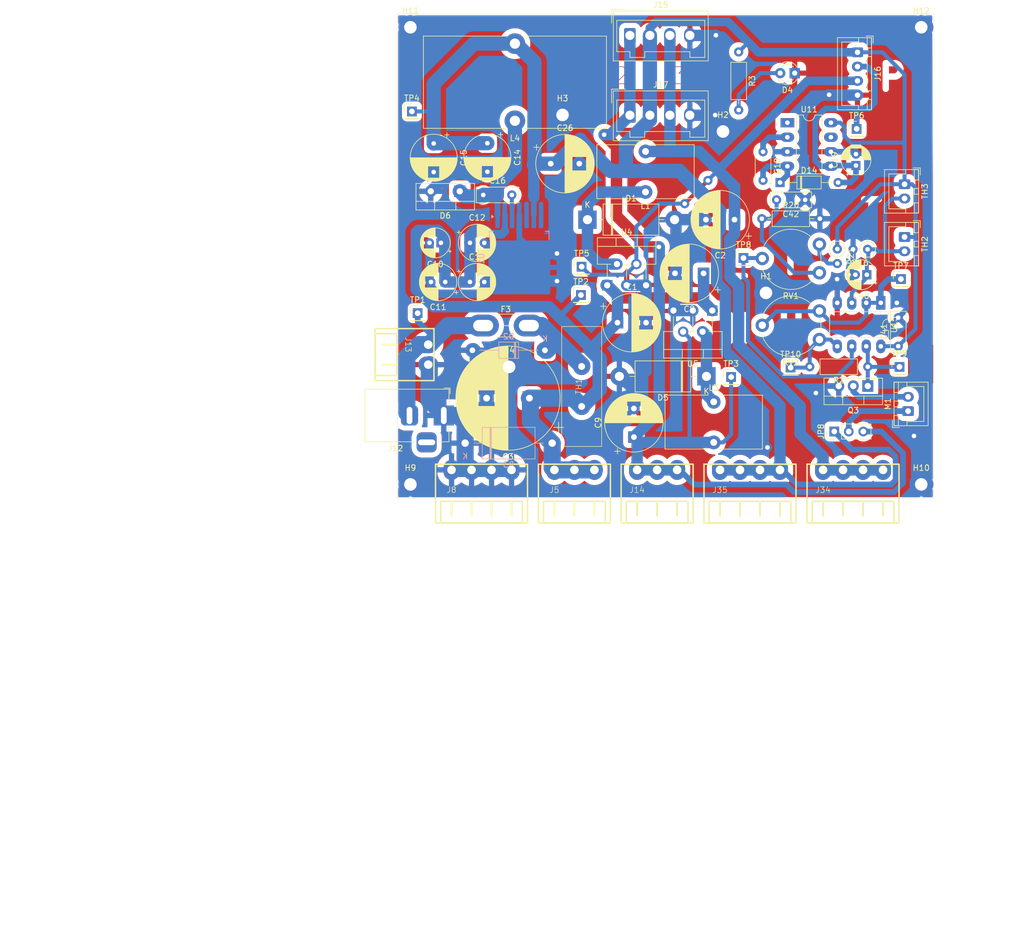
<source format=kicad_pcb>
(kicad_pcb
	(version 20240108)
	(generator "pcbnew")
	(generator_version "8.0")
	(general
		(thickness 1.6)
		(legacy_teardrops no)
	)
	(paper "A4")
	(layers
		(0 "F.Cu" signal)
		(1 "In1.Cu" signal)
		(2 "In2.Cu" signal)
		(31 "B.Cu" signal)
		(32 "B.Adhes" user "B.Adhesive")
		(33 "F.Adhes" user "F.Adhesive")
		(34 "B.Paste" user)
		(35 "F.Paste" user)
		(36 "B.SilkS" user "B.Silkscreen")
		(37 "F.SilkS" user "F.Silkscreen")
		(38 "B.Mask" user)
		(39 "F.Mask" user)
		(40 "Dwgs.User" user "User.Drawings")
		(41 "Cmts.User" user "User.Comments")
		(42 "Eco1.User" user "User.Eco1")
		(43 "Eco2.User" user "User.Eco2")
		(44 "Edge.Cuts" user)
		(45 "Margin" user)
		(46 "B.CrtYd" user "B.Courtyard")
		(47 "F.CrtYd" user "F.Courtyard")
		(48 "B.Fab" user)
		(49 "F.Fab" user)
		(50 "User.1" user)
		(51 "User.2" user)
		(52 "User.3" user)
		(53 "User.4" user)
		(54 "User.5" user)
		(55 "User.6" user)
		(56 "User.7" user)
		(57 "User.8" user)
		(58 "User.9" user)
	)
	(setup
		(stackup
			(layer "F.SilkS"
				(type "Top Silk Screen")
			)
			(layer "F.Paste"
				(type "Top Solder Paste")
			)
			(layer "F.Mask"
				(type "Top Solder Mask")
				(thickness 0.01)
			)
			(layer "F.Cu"
				(type "copper")
				(thickness 0.035)
			)
			(layer "dielectric 1"
				(type "prepreg")
				(thickness 0.1)
				(material "FR4")
				(epsilon_r 4.5)
				(loss_tangent 0.02)
			)
			(layer "In1.Cu"
				(type "copper")
				(thickness 0.035)
			)
			(layer "dielectric 2"
				(type "core")
				(thickness 1.24)
				(material "FR4")
				(epsilon_r 4.5)
				(loss_tangent 0.02)
			)
			(layer "In2.Cu"
				(type "copper")
				(thickness 0.035)
			)
			(layer "dielectric 3"
				(type "prepreg")
				(thickness 0.1)
				(material "FR4")
				(epsilon_r 4.5)
				(loss_tangent 0.02)
			)
			(layer "B.Cu"
				(type "copper")
				(thickness 0.035)
			)
			(layer "B.Mask"
				(type "Bottom Solder Mask")
				(thickness 0.01)
			)
			(layer "B.Paste"
				(type "Bottom Solder Paste")
			)
			(layer "B.SilkS"
				(type "Bottom Silk Screen")
				(color "Red")
			)
			(copper_finish "None")
			(dielectric_constraints no)
		)
		(pad_to_mask_clearance 0)
		(allow_soldermask_bridges_in_footprints no)
		(pcbplotparams
			(layerselection 0x0001000_fffffff9)
			(plot_on_all_layers_selection 0x0000000_00000000)
			(disableapertmacros no)
			(usegerberextensions no)
			(usegerberattributes yes)
			(usegerberadvancedattributes yes)
			(creategerberjobfile yes)
			(dashed_line_dash_ratio 12.000000)
			(dashed_line_gap_ratio 3.000000)
			(svgprecision 4)
			(plotframeref no)
			(viasonmask no)
			(mode 1)
			(useauxorigin no)
			(hpglpennumber 1)
			(hpglpenspeed 20)
			(hpglpendiameter 15.000000)
			(pdf_front_fp_property_popups yes)
			(pdf_back_fp_property_popups yes)
			(dxfpolygonmode yes)
			(dxfimperialunits yes)
			(dxfusepcbnewfont yes)
			(psnegative no)
			(psa4output no)
			(plotreference yes)
			(plotvalue yes)
			(plotfptext yes)
			(plotinvisibletext no)
			(sketchpadsonfab no)
			(subtractmaskfromsilk no)
			(outputformat 1)
			(mirror no)
			(drillshape 0)
			(scaleselection 1)
			(outputdirectory "export/")
		)
	)
	(net 0 "")
	(net 1 "+5V")
	(net 2 "+24V filtered")
	(net 3 "GND")
	(net 4 "+3V3")
	(net 5 "+12V")
	(net 6 "Net-(D6-K)")
	(net 7 "Net-(U1-BOOT)")
	(net 8 "Net-(U11-CAP+)")
	(net 9 "Net-(D14-K)")
	(net 10 "-5V")
	(net 11 "Net-(D1-K)")
	(net 12 "Net-(D2-K)")
	(net 13 "Net-(D5-K)")
	(net 14 "+BATT")
	(net 15 "unconnected-(U1-EN-Pad7)")
	(net 16 "unconnected-(U1-NC-Pad5)")
	(net 17 "unconnected-(U11-OSC-Pad7)")
	(net 18 "unconnected-(U11-NC-Pad1)")
	(net 19 "Net-(U15A-+)")
	(net 20 "Net-(C42-Pad2)")
	(net 21 "Net-(JP8-C)")
	(net 22 "Net-(M1--)")
	(net 23 "Net-(Q3-G)")
	(net 24 "Net-(U15B-+)")
	(net 25 "Net-(R21-Pad2)")
	(net 26 "Net-(U15B--)")
	(net 27 "Net-(U15A--)")
	(net 28 "Net-(D4-A)")
	(footprint "Capacitor_THT:CP_Radial_D10.0mm_P5.00mm" (layer "F.Cu") (at 129.286 109.061993 90))
	(footprint "Capacitor_THT:CP_Radial_D10.0mm_P5.00mm" (layer "F.Cu") (at 126.410323 89.040962))
	(footprint "Diode_THT:D_DO-201AD_P15.24mm_Horizontal" (layer "F.Cu") (at 141.986 98.438962 180))
	(footprint "Potentiometer_THT:Potentiometer_Piher_PT-10-V10_Vertical" (layer "F.Cu") (at 161.757499 75.306462 180))
	(footprint "Connector_JST:JST_XH_B2B-XH-A_1x02_P2.50mm_Vertical" (layer "F.Cu") (at 177.275 104.514962 90))
	(footprint "Connector_PinHeader_2.54mm:PinHeader_1x01_P2.54mm_Vertical" (layer "F.Cu") (at 90.424 52.07))
	(footprint "Potentiometer_THT:Potentiometer_Piher_PT-10-V10_Vertical" (layer "F.Cu") (at 161.757499 86.990462 180))
	(footprint "Capacitor_THT:C_Disc_D6.0mm_W2.5mm_P5.00mm" (layer "F.Cu") (at 151.892 59.123888 -90))
	(footprint "Package_TO_SOT_THT:TO-220-5_P3.4x3.7mm_StaggerOdd_Lead3.8mm_Vertical" (layer "F.Cu") (at 124.616 82.489962))
	(footprint "Resistor_THT:R_Axial_DIN0207_L6.3mm_D2.5mm_P2.54mm_Vertical" (layer "F.Cu") (at 170.18 76.2 180))
	(footprint "Package_TO_SOT_THT:TO-220-3_Vertical" (layer "F.Cu") (at 170.219499 100.125462 180))
	(footprint "Connector_PinHeader_2.54mm:PinHeader_1x01_P2.54mm_Vertical" (layer "F.Cu") (at 176.022 81.407))
	(footprint "Capacitor_THT:CP_Radial_D6.3mm_P2.50mm" (layer "F.Cu") (at 100.592664 75.064811))
	(footprint "custom-footprints1:MountingHole_2.2mm_NPTH-with-pad" (layer "F.Cu") (at 179.578 37.338))
	(footprint "Package_DIP:DIP-8_W7.62mm_LongPads" (layer "F.Cu") (at 172.495499 85.561462 -90))
	(footprint "Resistor_THT:R_Axial_DIN0207_L6.3mm_D2.5mm_P10.16mm_Horizontal" (layer "F.Cu") (at 147.6248 41.656 -90))
	(footprint "custom-footprints1:MountingHole_2.2mm_NPTH-with-pad" (layer "F.Cu") (at 90.17 117.348))
	(footprint "custom-footprints1:WAGO 734-164 Print-Stiftleiste, Mini, RM 3,5, gewinkelt, 4-polig" (layer "F.Cu") (at 97.366 114.808))
	(footprint "Connector_PinHeader_2.54mm:PinHeader_1x01_P2.54mm_Vertical" (layer "F.Cu") (at 91.44 87.376))
	(footprint "Capacitor_THT:CP_Radial_D18.0mm_P7.50mm"
		(layer "F.Cu")
		(uuid "3e12b180-088b-46cd-b5c6-9617c716b1a6")
		(at 110.998 102.248962 180)
		(descr "CP, Radial series, Radial, pin pitch=7.50mm, , diameter=18mm, Electrolytic Capacitor")
		(tags "CP Radial series Radial pin pitch 7.50mm  diameter 18mm Electrolytic Capacitor")
		(property "Reference" "C3"
			(at 3.75 -10.25 0)
			(layer "F.SilkS")
			(uuid "c0dbac4b-d18d-44e0-abe6-6b3f876fe509")
			(effects
				(font
					(size 1 1)
					(thickness 0.15)
				)
			)
		)
		(property "Value" "2200uf"
			(at 3.75 10.25 0)
			(layer "F.Fab")
			(uuid "1f7d7bb5-f802-471e-8ae7-4e1a80563b95")
			(effects
				(font
					(size 1 1)
					(thickness 0.15)
				)
			)
		)
		(property "Footprint" "Capacitor_THT:CP_Radial_D18.0mm_P7.50mm"
			(at 0 0 180)
			(unlocked yes)
			(layer "F.Fab")
			(hide yes)
			(uuid "cd037e7c-88f5-4614-9539-47ece2e39e2f")
			(effects
				(font
					(size 1.27 1.27)
					(thickness 0.15)
				)
			)
		)
		(property "Datasheet" "https://www.reichelt.com/be/en/shop/product/elko_2200_f_35_v_105_c-166415"
			(at 0 0 180)
			(unlocked yes)
			(layer "F.Fab")
			(hide yes)
			(uuid "09c9c45c-cd56-4403-bd81-cc88382ef4e9")
			(effects
				(font
					(size 1.27 1.27)
					(thickness 0.15)
				)
			)
		)
		(property "Description" "Polarized capacitor"
			(at 0 0 180)
			(unlocked yes)
			(layer "F.Fab")
			(hide yes)
			(uuid "114210ba-bd57-4105-96f8-5187314aacb0")
			(effects
				(font
					(size 1.27 1.27)
					(thickness 0.15)
				)
			)
		)
		(property ki_fp_filters "CP_*")
		(path "/16680157-dcc5-42d4-8ccc-a59b4c4006fd")
		(sheetname "Root")
		(sheetfile "power-supply-board_v1.0.kicad_sch")
		(attr through_hole)
		(fp_line
			(start 12.87 -0.04)
			(end 12.87 0.04)
			(stroke
				(width 0.12)
				(type solid)
			)
			(layer "F.SilkS")
			(uuid "87732204-ffd3-4010-92fe-e84d597261db")
		)
		(fp_line
			(start 12.83 -0.814)
			(end 12.83 0.814)
			(stroke
				(width 0.12)
				(type solid)
			)
			(layer "F.SilkS")
			(uuid "18f893c9-7fff-4554-a0a6-9513f8452e28")
		)
		(fp_line
			(start 12.79 -1.166)
			(end 12.79 1.166)
			(stroke
				(width 0.12)
				(type solid)
			)
			(layer "F.SilkS")
			(uuid "2b52467b-0cfb-4412-b0ac-068e45849888")
		)
		(fp_line
			(start 12.75 -1.435)
			(end 12.75 1.435)
			(stroke
				(width 0.12)
				(type solid)
			)
			(layer "F.SilkS")
			(uuid "34e20984-e432-4254-860c-82b93de5475e")
		)
		(fp_line
			(start 12.71 -1.661)
			(end 12.71 1.661)
			(stroke
				(width 0.12)
				(type solid)
			)
			(layer "F.SilkS")
			(uuid "9e5473ed-98ba-43aa-9d6a-8eaabc33a9dc")
		)
		(fp_line
			(start 12.67 -1.86)
			(end 12.67 1.86)
			(stroke
				(width 0.12)
				(type solid)
			)
			(layer "F.SilkS")
			(uuid "08c8f39a-99ff-4afd-b845-1d83a6340213")
		)
		(fp_line
			(start 12.63 -2.039)
			(end 12.63 2.039)
			(stroke
				(width 0.12)
				(type solid)
			)
			(layer "F.SilkS")
			(uuid "d5eaf986-9534-4524-ad49-665dbecfec0f")
		)
		(fp_line
			(start 12.59 -2.203)
			(end 12.59 2.203)
			(stroke
				(width 0.12)
				(type solid)
			)
			(layer "F.SilkS")
			(uuid "5cf0b090-f6b4-43c7-a6ce-0f71cd8210ee")
		)
		(fp_line
			(start 12.55 -2.355)
			(end 12.55 2.355)
			(stroke
				(width 0.12)
				(type solid)
			)
			(layer "F.SilkS")
			(uuid "8e66bac3-0b2f-40ec-8c73-97c7d6b2f138")
		)
		(fp_line
			(start 12.51 -2.498)
			(end 12.51 2.498)
			(stroke
				(width 0.12)
				(type solid)
			)
			(layer "F.SilkS")
			(uuid "66bbea31-836a-4c65-9a2d-0d3a29f8dc12")
		)
		(fp_line
			(start 12.47 -2.632)
			(end 12.47 2.632)
			(stroke
				(width 0.12)
				(type solid)
			)
			(layer "F.SilkS")
			(uuid "633c10e5-f6ae-42eb-b5a5-18a2e88ec3af")
		)
		(fp_line
			(start 12.43 -2.759)
			(end 12.43 2.759)
			(stroke
				(width 0.12)
				(type solid)
			)
			(layer "F.SilkS")
			(uuid "5c14d289-cf82-40f2-ae41-fa734da4dc2a")
		)
		(fp_line
			(start 12.39 -2.88)
			(end 12.39 2.88)
			(stroke
				(width 0.12)
				(type solid)
			)
			(layer "F.SilkS")
			(uuid "92d777da-31b2-4188-88bd-b48da7e6abd8")
		)
		(fp_line
			(start 12.35 -2.996)
			(end 12.35 2.996)
			(stroke
				(width 0.12)
				(type solid)
			)
			(layer "F.SilkS")
			(uuid "107af9bb-841b-4c31-9fac-3060a5bfa1b6")
		)
		(fp_line
			(start 12.31 -3.107)
			(end 12.31 3.107)
			(stroke
				(width 0.12)
				(type solid)
			)
			(layer "F.SilkS")
			(uuid "9396642f-f979-4d78-bd91-7a436359d103")
		)
		(fp_line
			(start 12.27 -3.214)
			(end 12.27 3.214)
			(stroke
				(width 0.12)
				(type solid)
			)
			(layer "F.SilkS")
			(uuid "7a28f269-c130-4a30-a607-7c6287357369")
		)
		(fp_line
			(start 12.23 -3.317)
			(end 12.23 3.317)
			(stroke
				(width 0.12)
				(type solid)
			)
			(layer "F.SilkS")
			(uuid "156f2bc4-880c-4c21-8655-9d32c230dad4")
		)
		(fp_line
			(start 12.19 -3.416)
			(end 12.19 3.416)
			(stroke
				(width 0.12)
				(type solid)
			)
			(layer "F.SilkS")
			(uuid "63c8fd17-e6c3-478f-ad62-b0bb53559406")
		)
		(fp_line
			(start 12.15 -3.512)
			(end 12.15 3.512)
			(stroke
				(width 0.12)
				(type solid)
			)
			(layer "F.SilkS")
			(uuid "639c7f9b-f812-46a4-b756-7753f6943a6f")
		)
		(fp_line
			(start 12.11 -3.605)
			(end 12.11 3.605)
			(stroke
				(width 0.12)
				(type solid)
			)
			(layer "F.SilkS")
			(uuid "134d240f-7cb0-4052-9ccf-efb724369b7f")
		)
		(fp_line
			(start 12.07 -3.696)
			(end 12.07 3.696)
			(stroke
				(width 0.12)
				(type solid)
			)
			(layer "F.SilkS")
			(uuid "bf388105-023e-4a71-bbdb-3b21c9fcd2cc")
		)
		(fp_line
			(start 12.03 -3.784)
			(end 12.03 3.784)
			(stroke
				(width 0.12)
				(type solid)
			)
			(layer "F.SilkS")
			(uuid "49aa2ba0-ba19-4ea1-a70a-173a6f627315")
		)
		(fp_line
			(start 11.99 -3.869)
			(end 11.99 3.869)
			(stroke
				(width 0.12)
				(type solid)
			)
			(layer "F.SilkS")
			(uuid "679bfa39-c021-436e-b2f6-eef91e7a3433")
		)
		(fp_line
			(start 11.95 -3.952)
			(end 11.95 3.952)
			(stroke
				(width 0.12)
				(type solid)
			)
			(layer "F.SilkS")
			(uuid "f874119e-1338-4beb-b6c9-42b4db275c1b")
		)
		(fp_line
			(start 11.911 -4.033)
			(end 11.911 4.033)
			(stroke
				(width 0.12)
				(type solid)
			)
			(layer "F.SilkS")
			(uuid "009a31cf-7161-4030-9ee2-4ee6c8662a63")
		)
		(fp_line
			(start 11.871 -4.113)
			(end 11.871 4.113)
			(stroke
				(width 0.12)
				(type solid)
			)
			(layer "F.SilkS")
			(uuid "68b92ccc-7298-4ad5-a9de-6f696f4ebe2e")
		)
		(fp_line
			(start 11.831 -4.19)
			(end 11.831 4.19)
			(stroke
				(width 0.12)
				(type solid)
			)
			(layer "F.SilkS")
			(uuid "b62a9674-bd46-40fc-859a-9a51e479b097")
		)
		(fp_line
			(start 11.791 -4.265)
			(end 11.791 4.265)
			(stroke
				(width 0.12)
				(type solid)
			)
			(layer "F.SilkS")
			(uuid "f11c470d-142c-4357-900e-889b10e3b0e2")
		)
		(fp_line
			(start 11.751 -4.339)
			(end 11.751 4.339)
			(stroke
				(width 0.12)
				(type solid)
			)
			(layer "F.SilkS")
			(uuid "79a89223-4
... [1184791 chars truncated]
</source>
